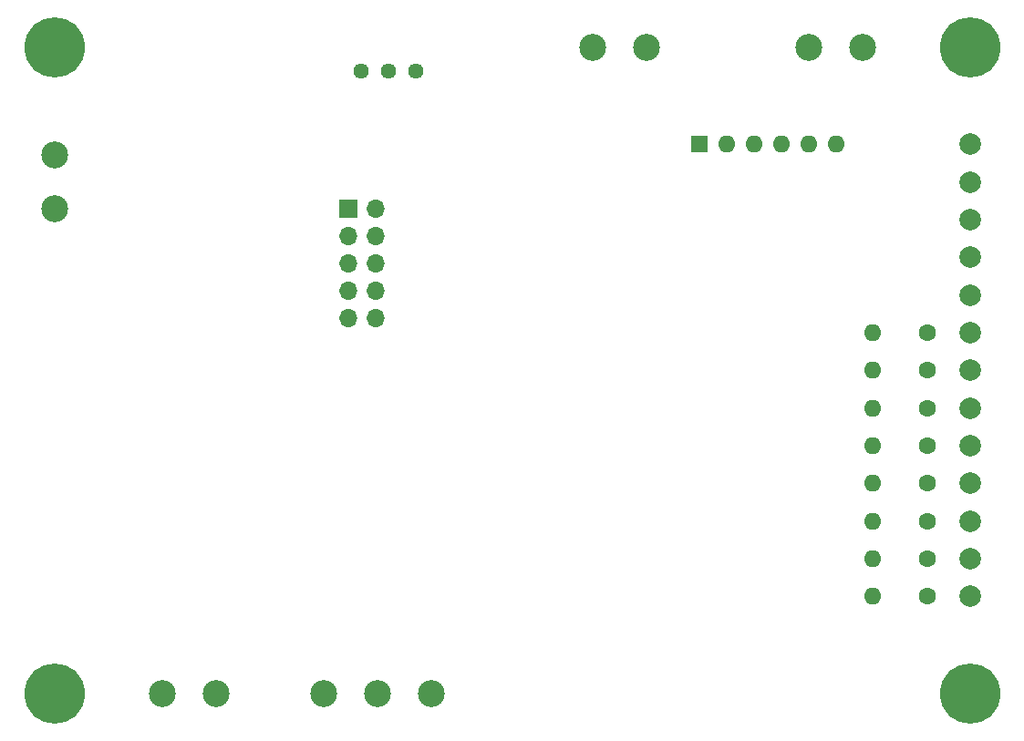
<source format=gbs>
G04 #@! TF.GenerationSoftware,KiCad,Pcbnew,(5.1.7)-1*
G04 #@! TF.CreationDate,2022-09-30T21:09:14+02:00*
G04 #@! TF.ProjectId,Zaehler-Modul,5a616568-6c65-4722-9d4d-6f64756c2e6b,rev?*
G04 #@! TF.SameCoordinates,Original*
G04 #@! TF.FileFunction,Soldermask,Bot*
G04 #@! TF.FilePolarity,Negative*
%FSLAX46Y46*%
G04 Gerber Fmt 4.6, Leading zero omitted, Abs format (unit mm)*
G04 Created by KiCad (PCBNEW (5.1.7)-1) date 2022-09-30 21:09:14*
%MOMM*%
%LPD*%
G01*
G04 APERTURE LIST*
%ADD10C,1.600000*%
%ADD11O,1.600000X1.600000*%
%ADD12C,2.000000*%
%ADD13C,2.500000*%
%ADD14C,5.600000*%
%ADD15R,1.600000X1.600000*%
%ADD16C,1.440000*%
%ADD17R,1.700000X1.700000*%
%ADD18O,1.700000X1.700000*%
G04 APERTURE END LIST*
D10*
X165750000Y-132000000D03*
D11*
X160670000Y-132000000D03*
D10*
X165750000Y-128500000D03*
D11*
X160670000Y-128500000D03*
D10*
X165750000Y-125000000D03*
D11*
X160670000Y-125000000D03*
D10*
X165750000Y-121500000D03*
D11*
X160670000Y-121500000D03*
D10*
X165750000Y-118000000D03*
D11*
X160670000Y-118000000D03*
D10*
X165750000Y-114500000D03*
D11*
X160670000Y-114500000D03*
D10*
X165750000Y-111000000D03*
D11*
X160670000Y-111000000D03*
D10*
X165750000Y-107500000D03*
D11*
X160670000Y-107500000D03*
D12*
X169750000Y-132000000D03*
X169750000Y-128500000D03*
X169750000Y-125000000D03*
X169750000Y-121500000D03*
X169750000Y-118000000D03*
X169750000Y-114500000D03*
X169750000Y-111000000D03*
X169750000Y-107500000D03*
X169750000Y-104000000D03*
X169750000Y-100500000D03*
X169750000Y-97000000D03*
X169750000Y-93500000D03*
X169750000Y-90000000D03*
D13*
X109750000Y-141000000D03*
X94750000Y-141000000D03*
D14*
X169750000Y-81000000D03*
X169750000Y-141000000D03*
X84750000Y-141000000D03*
X84750000Y-81000000D03*
D13*
X84750000Y-91000000D03*
X84750000Y-96000000D03*
X139750000Y-81000000D03*
X134750000Y-81000000D03*
X154750000Y-81000000D03*
X159750000Y-81000000D03*
D11*
X157290000Y-90000000D03*
X154750000Y-90000000D03*
X152210000Y-90000000D03*
X149670000Y-90000000D03*
X147130000Y-90000000D03*
D15*
X144590000Y-90000000D03*
D16*
X113250000Y-83250000D03*
X115790000Y-83250000D03*
X118330000Y-83250000D03*
D17*
X112000000Y-96000000D03*
D18*
X114540000Y-96000000D03*
X112000000Y-98540000D03*
X114540000Y-98540000D03*
X112000000Y-101080000D03*
X114540000Y-101080000D03*
X112000000Y-103620000D03*
X114540000Y-103620000D03*
X112000000Y-106160000D03*
X114540000Y-106160000D03*
D13*
X99750000Y-141000000D03*
X114750000Y-141000000D03*
X119750000Y-141000000D03*
M02*

</source>
